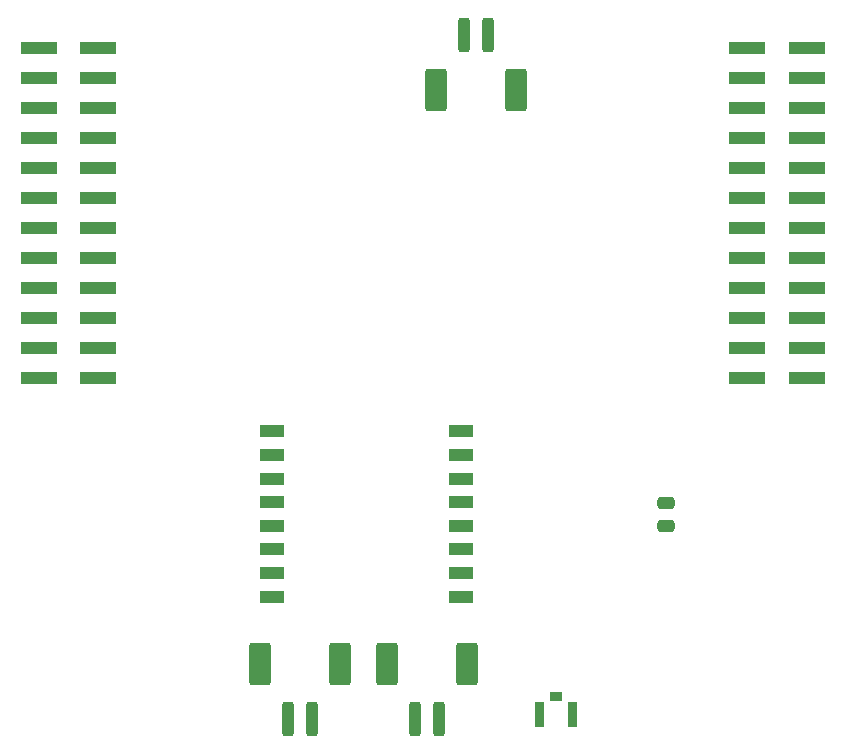
<source format=gbr>
%TF.GenerationSoftware,KiCad,Pcbnew,6.0.1*%
%TF.CreationDate,2022-02-08T14:36:27-06:00*%
%TF.ProjectId,COTS_TELEM,434f5453-5f54-4454-9c45-4d2e6b696361,rev?*%
%TF.SameCoordinates,Original*%
%TF.FileFunction,Paste,Top*%
%TF.FilePolarity,Positive*%
%FSLAX46Y46*%
G04 Gerber Fmt 4.6, Leading zero omitted, Abs format (unit mm)*
G04 Created by KiCad (PCBNEW 6.0.1) date 2022-02-08 14:36:27*
%MOMM*%
%LPD*%
G01*
G04 APERTURE LIST*
G04 Aperture macros list*
%AMRoundRect*
0 Rectangle with rounded corners*
0 $1 Rounding radius*
0 $2 $3 $4 $5 $6 $7 $8 $9 X,Y pos of 4 corners*
0 Add a 4 corners polygon primitive as box body*
4,1,4,$2,$3,$4,$5,$6,$7,$8,$9,$2,$3,0*
0 Add four circle primitives for the rounded corners*
1,1,$1+$1,$2,$3*
1,1,$1+$1,$4,$5*
1,1,$1+$1,$6,$7*
1,1,$1+$1,$8,$9*
0 Add four rect primitives between the rounded corners*
20,1,$1+$1,$2,$3,$4,$5,0*
20,1,$1+$1,$4,$5,$6,$7,0*
20,1,$1+$1,$6,$7,$8,$9,0*
20,1,$1+$1,$8,$9,$2,$3,0*%
G04 Aperture macros list end*
%ADD10RoundRect,0.250000X-0.475000X0.250000X-0.475000X-0.250000X0.475000X-0.250000X0.475000X0.250000X0*%
%ADD11R,3.150000X1.000000*%
%ADD12RoundRect,0.250000X-0.250000X-1.200000X0.250000X-1.200000X0.250000X1.200000X-0.250000X1.200000X0*%
%ADD13RoundRect,0.250000X-0.650000X-1.550000X0.650000X-1.550000X0.650000X1.550000X-0.650000X1.550000X0*%
%ADD14R,2.000000X1.000000*%
%ADD15RoundRect,0.250000X0.250000X1.200000X-0.250000X1.200000X-0.250000X-1.200000X0.250000X-1.200000X0*%
%ADD16RoundRect,0.250000X0.650000X1.550000X-0.650000X1.550000X-0.650000X-1.550000X0.650000X-1.550000X0*%
G04 APERTURE END LIST*
%TO.C,X1*%
G36*
X13081800Y-36567400D02*
G01*
X12269000Y-36567400D01*
X12269000Y-34433800D01*
X13081800Y-34433800D01*
X13081800Y-36567400D01*
G37*
G36*
X10291000Y-36567400D02*
G01*
X9478200Y-36567400D01*
X9478200Y-34433800D01*
X10291000Y-34433800D01*
X10291000Y-36567400D01*
G37*
G36*
X11762600Y-34357600D02*
G01*
X10797400Y-34357600D01*
X10797400Y-33595600D01*
X11762600Y-33595600D01*
X11762600Y-34357600D01*
G37*
%TD*%
D10*
%TO.C,C1*%
X20550000Y-17600000D03*
X20550000Y-19500000D03*
%TD*%
D11*
%TO.C,J1*%
X32525000Y-6970000D03*
X27475000Y-6970000D03*
X32525000Y-4430000D03*
X27475000Y-4430000D03*
X32525000Y-1890000D03*
X27475000Y-1890000D03*
X32525000Y650000D03*
X27475000Y650000D03*
X32525000Y3190000D03*
X27475000Y3190000D03*
X32525000Y5730000D03*
X27475000Y5730000D03*
X32525000Y8270000D03*
X27475000Y8270000D03*
X32525000Y10810000D03*
X27475000Y10810000D03*
X32525000Y13350000D03*
X27475000Y13350000D03*
X32525000Y15890000D03*
X27475000Y15890000D03*
X32525000Y18430000D03*
X27475000Y18430000D03*
X32525000Y20970000D03*
X27475000Y20970000D03*
%TD*%
D12*
%TO.C,J5*%
X-11400000Y-35875000D03*
X-9400000Y-35875000D03*
D13*
X-13750000Y-31225000D03*
X-7050000Y-31225000D03*
%TD*%
D14*
%TO.C,U1*%
X-12810000Y-11530000D03*
X-12810000Y-13530000D03*
X-12810000Y-15530000D03*
X-12810000Y-17530000D03*
X-12810000Y-19530000D03*
X-12810000Y-21530000D03*
X-12810000Y-23530000D03*
X-12810000Y-25530000D03*
X3190000Y-25530000D03*
X3190000Y-23530000D03*
X3190000Y-21530000D03*
X3190000Y-19530000D03*
X3190000Y-17530000D03*
X3190000Y-15530000D03*
X3190000Y-13530000D03*
X3190000Y-11530000D03*
%TD*%
D15*
%TO.C,J11*%
X5500000Y22000000D03*
X3500000Y22000000D03*
D16*
X1150000Y17350000D03*
X7850000Y17350000D03*
%TD*%
D12*
%TO.C,J6*%
X-650000Y-35850000D03*
X1350000Y-35850000D03*
D13*
X3700000Y-31200000D03*
X-3000000Y-31200000D03*
%TD*%
D11*
%TO.C,J3*%
X-32525000Y20970000D03*
X-27475000Y20970000D03*
X-32525000Y18430000D03*
X-27475000Y18430000D03*
X-32525000Y15890000D03*
X-27475000Y15890000D03*
X-32525000Y13350000D03*
X-27475000Y13350000D03*
X-32525000Y10810000D03*
X-27475000Y10810000D03*
X-32525000Y8270000D03*
X-27475000Y8270000D03*
X-32525000Y5730000D03*
X-27475000Y5730000D03*
X-32525000Y3190000D03*
X-27475000Y3190000D03*
X-32525000Y650000D03*
X-27475000Y650000D03*
X-32525000Y-1890000D03*
X-27475000Y-1890000D03*
X-32525000Y-4430000D03*
X-27475000Y-4430000D03*
X-32525000Y-6970000D03*
X-27475000Y-6970000D03*
%TD*%
M02*

</source>
